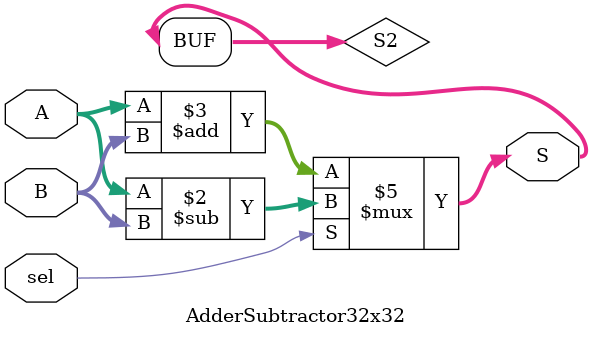
<source format=v>
/*--  *******************************************************
--  Computer Architecture Course, Laboratory Sources 
--  Amirkabir University of Technology (Tehran Polytechnic)
--  Department of Computer Engineering (CE-AUT)
--  https://ce[dot]aut[dot]ac[dot]ir
--  *******************************************************
--  All Rights reserved (C) 2019-2020
--  *******************************************************
--  Student ID  : 
--  Student Name: 
--  Student Mail: 
--  *******************************************************
--  Additional Comments:
--
--*/

/*-----------------------------------------------------------
---  Module Name: 32 Bit Adder/Subtractor
---  Description: Module1: 
-----------------------------------------------------------*/
`timescale 1 ns/1 ns

module AdderSubtractor32x32 (
	input  [31:0] A    , // input  [2's complement 32 bits]
	input  [31:0] B    , // input  [2's complement 32 bits]
	input         sel  , // input  [add:sel=0 || sub:sel=1] 
	output [31:0] S      // output [2's complement 32 bits]
);
		reg [31:0] S2;
	always @(sel or A or B)
	if(sel)
		begin
			S2=A-B;
		end
	else
		begin
			S2=A+B;
		end
			
	assign S=S2;
endmodule

</source>
